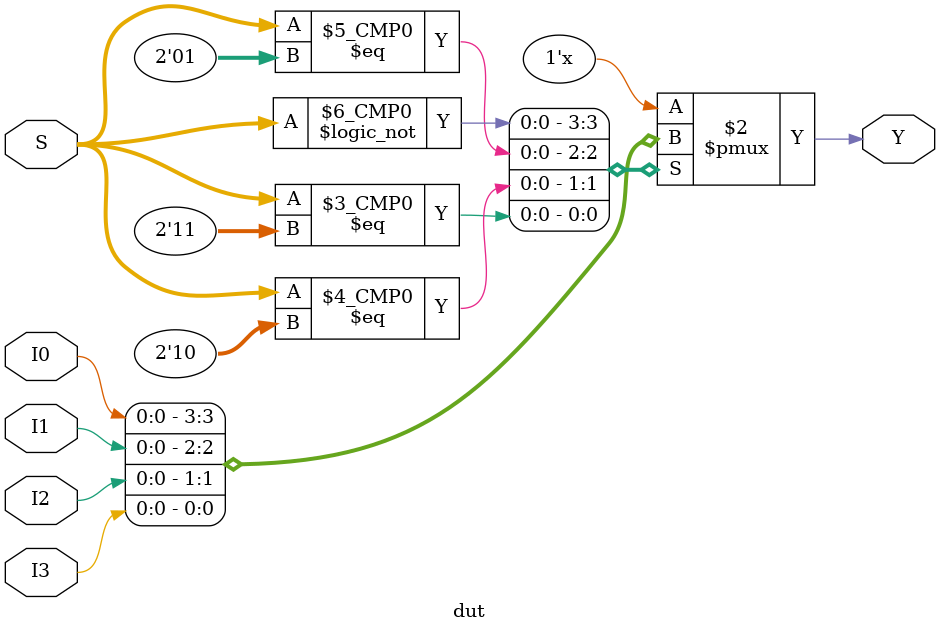
<source format=v>
module dut(I0, I1, I2, I3, S, Y);

	input I0, I1, I2, I3;
	input [1:0] S; // vector
	output reg Y;

	always @(I0, I1, I2, I3, S) begin
		
		case (S)
			2'b00: Y = I0;
			2'b01: Y = I1;
			2'b10: Y = I2;
			2'b11: Y = I3;
		endcase

	end

endmodule

</source>
